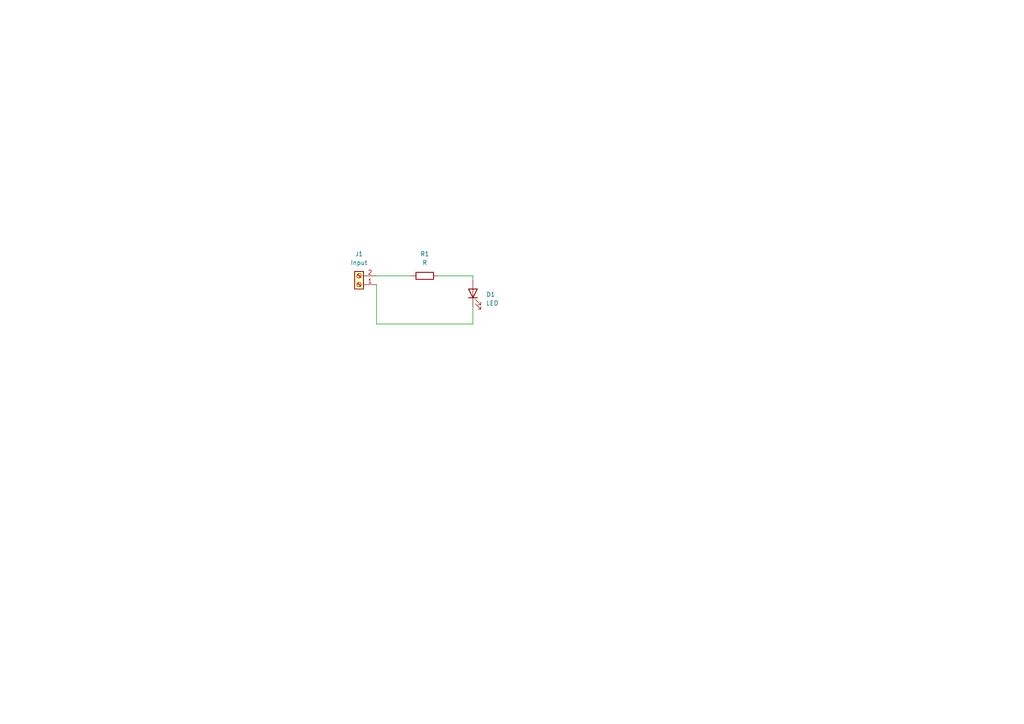
<source format=kicad_sch>
(kicad_sch (version 20230121) (generator eeschema)

  (uuid 96b32d6d-e158-43c7-8698-1ed15dd2eb76)

  (paper "A4")

  (lib_symbols
    (symbol "Connector:Screw_Terminal_01x02" (pin_names (offset 1.016) hide) (in_bom yes) (on_board yes)
      (property "Reference" "J" (at 0 2.54 0)
        (effects (font (size 1.27 1.27)))
      )
      (property "Value" "Screw_Terminal_01x02" (at 0 -5.08 0)
        (effects (font (size 1.27 1.27)))
      )
      (property "Footprint" "" (at 0 0 0)
        (effects (font (size 1.27 1.27)) hide)
      )
      (property "Datasheet" "~" (at 0 0 0)
        (effects (font (size 1.27 1.27)) hide)
      )
      (property "ki_keywords" "screw terminal" (at 0 0 0)
        (effects (font (size 1.27 1.27)) hide)
      )
      (property "ki_description" "Generic screw terminal, single row, 01x02, script generated (kicad-library-utils/schlib/autogen/connector/)" (at 0 0 0)
        (effects (font (size 1.27 1.27)) hide)
      )
      (property "ki_fp_filters" "TerminalBlock*:*" (at 0 0 0)
        (effects (font (size 1.27 1.27)) hide)
      )
      (symbol "Screw_Terminal_01x02_1_1"
        (rectangle (start -1.27 1.27) (end 1.27 -3.81)
          (stroke (width 0.254) (type default))
          (fill (type background))
        )
        (circle (center 0 -2.54) (radius 0.635)
          (stroke (width 0.1524) (type default))
          (fill (type none))
        )
        (polyline
          (pts
            (xy -0.5334 -2.2098)
            (xy 0.3302 -3.048)
          )
          (stroke (width 0.1524) (type default))
          (fill (type none))
        )
        (polyline
          (pts
            (xy -0.5334 0.3302)
            (xy 0.3302 -0.508)
          )
          (stroke (width 0.1524) (type default))
          (fill (type none))
        )
        (polyline
          (pts
            (xy -0.3556 -2.032)
            (xy 0.508 -2.8702)
          )
          (stroke (width 0.1524) (type default))
          (fill (type none))
        )
        (polyline
          (pts
            (xy -0.3556 0.508)
            (xy 0.508 -0.3302)
          )
          (stroke (width 0.1524) (type default))
          (fill (type none))
        )
        (circle (center 0 0) (radius 0.635)
          (stroke (width 0.1524) (type default))
          (fill (type none))
        )
        (pin passive line (at -5.08 0 0) (length 3.81)
          (name "Pin_1" (effects (font (size 1.27 1.27))))
          (number "1" (effects (font (size 1.27 1.27))))
        )
        (pin passive line (at -5.08 -2.54 0) (length 3.81)
          (name "Pin_2" (effects (font (size 1.27 1.27))))
          (number "2" (effects (font (size 1.27 1.27))))
        )
      )
    )
    (symbol "Device:LED" (pin_numbers hide) (pin_names (offset 1.016) hide) (in_bom yes) (on_board yes)
      (property "Reference" "D" (at 0 2.54 0)
        (effects (font (size 1.27 1.27)))
      )
      (property "Value" "LED" (at 0 -2.54 0)
        (effects (font (size 1.27 1.27)))
      )
      (property "Footprint" "" (at 0 0 0)
        (effects (font (size 1.27 1.27)) hide)
      )
      (property "Datasheet" "~" (at 0 0 0)
        (effects (font (size 1.27 1.27)) hide)
      )
      (property "ki_keywords" "LED diode" (at 0 0 0)
        (effects (font (size 1.27 1.27)) hide)
      )
      (property "ki_description" "Light emitting diode" (at 0 0 0)
        (effects (font (size 1.27 1.27)) hide)
      )
      (property "ki_fp_filters" "LED* LED_SMD:* LED_THT:*" (at 0 0 0)
        (effects (font (size 1.27 1.27)) hide)
      )
      (symbol "LED_0_1"
        (polyline
          (pts
            (xy -1.27 -1.27)
            (xy -1.27 1.27)
          )
          (stroke (width 0.254) (type default))
          (fill (type none))
        )
        (polyline
          (pts
            (xy -1.27 0)
            (xy 1.27 0)
          )
          (stroke (width 0) (type default))
          (fill (type none))
        )
        (polyline
          (pts
            (xy 1.27 -1.27)
            (xy 1.27 1.27)
            (xy -1.27 0)
            (xy 1.27 -1.27)
          )
          (stroke (width 0.254) (type default))
          (fill (type none))
        )
        (polyline
          (pts
            (xy -3.048 -0.762)
            (xy -4.572 -2.286)
            (xy -3.81 -2.286)
            (xy -4.572 -2.286)
            (xy -4.572 -1.524)
          )
          (stroke (width 0) (type default))
          (fill (type none))
        )
        (polyline
          (pts
            (xy -1.778 -0.762)
            (xy -3.302 -2.286)
            (xy -2.54 -2.286)
            (xy -3.302 -2.286)
            (xy -3.302 -1.524)
          )
          (stroke (width 0) (type default))
          (fill (type none))
        )
      )
      (symbol "LED_1_1"
        (pin passive line (at -3.81 0 0) (length 2.54)
          (name "K" (effects (font (size 1.27 1.27))))
          (number "1" (effects (font (size 1.27 1.27))))
        )
        (pin passive line (at 3.81 0 180) (length 2.54)
          (name "A" (effects (font (size 1.27 1.27))))
          (number "2" (effects (font (size 1.27 1.27))))
        )
      )
    )
    (symbol "Device:R" (pin_numbers hide) (pin_names (offset 0)) (in_bom yes) (on_board yes)
      (property "Reference" "R" (at 2.032 0 90)
        (effects (font (size 1.27 1.27)))
      )
      (property "Value" "R" (at 0 0 90)
        (effects (font (size 1.27 1.27)))
      )
      (property "Footprint" "" (at -1.778 0 90)
        (effects (font (size 1.27 1.27)) hide)
      )
      (property "Datasheet" "~" (at 0 0 0)
        (effects (font (size 1.27 1.27)) hide)
      )
      (property "ki_keywords" "R res resistor" (at 0 0 0)
        (effects (font (size 1.27 1.27)) hide)
      )
      (property "ki_description" "Resistor" (at 0 0 0)
        (effects (font (size 1.27 1.27)) hide)
      )
      (property "ki_fp_filters" "R_*" (at 0 0 0)
        (effects (font (size 1.27 1.27)) hide)
      )
      (symbol "R_0_1"
        (rectangle (start -1.016 -2.54) (end 1.016 2.54)
          (stroke (width 0.254) (type default))
          (fill (type none))
        )
      )
      (symbol "R_1_1"
        (pin passive line (at 0 3.81 270) (length 1.27)
          (name "~" (effects (font (size 1.27 1.27))))
          (number "1" (effects (font (size 1.27 1.27))))
        )
        (pin passive line (at 0 -3.81 90) (length 1.27)
          (name "~" (effects (font (size 1.27 1.27))))
          (number "2" (effects (font (size 1.27 1.27))))
        )
      )
    )
  )


  (wire (pts (xy 109.22 93.98) (xy 137.16 93.98))
    (stroke (width 0) (type default))
    (uuid 281793ce-d934-4f1b-9aa3-b48fc6597cdc)
  )
  (wire (pts (xy 109.22 80.01) (xy 119.38 80.01))
    (stroke (width 0) (type default))
    (uuid 8cbcc587-e043-47df-8a75-20e07961102b)
  )
  (wire (pts (xy 137.16 88.9) (xy 137.16 93.98))
    (stroke (width 0) (type default))
    (uuid 8fd4895b-75e7-46d4-9725-b9bb11348e3a)
  )
  (wire (pts (xy 127 80.01) (xy 137.16 80.01))
    (stroke (width 0) (type default))
    (uuid 9014c3c9-ddf6-4e72-8bfc-5740ce34df8d)
  )
  (wire (pts (xy 109.22 82.55) (xy 109.22 93.98))
    (stroke (width 0) (type default))
    (uuid 999e6574-ab13-4204-a7ca-98c0501fe897)
  )
  (wire (pts (xy 137.16 80.01) (xy 137.16 81.28))
    (stroke (width 0) (type default))
    (uuid c2a8c05d-5780-47de-97a5-156907ae4888)
  )

  (symbol (lib_id "Device:LED") (at 137.16 85.09 90) (unit 1)
    (in_bom yes) (on_board yes) (dnp no) (fields_autoplaced)
    (uuid 00003a90-7236-4f77-9f8d-94a167ce693a)
    (property "Reference" "D1" (at 140.97 85.4075 90)
      (effects (font (size 1.27 1.27)) (justify right))
    )
    (property "Value" "LED" (at 140.97 87.9475 90)
      (effects (font (size 1.27 1.27)) (justify right))
    )
    (property "Footprint" "LED_THT:LED_D8.0mm" (at 137.16 85.09 0)
      (effects (font (size 1.27 1.27)) hide)
    )
    (property "Datasheet" "~" (at 137.16 85.09 0)
      (effects (font (size 1.27 1.27)) hide)
    )
    (pin "1" (uuid fd8c2f29-8fe7-41e8-8c86-5301bc02c9cb))
    (pin "2" (uuid 3bbdbfbe-6fbf-4ae4-a050-898f72a95266))
    (instances
      (project "led_kit"
        (path "/96b32d6d-e158-43c7-8698-1ed15dd2eb76"
          (reference "D1") (unit 1)
        )
      )
    )
  )

  (symbol (lib_id "Connector:Screw_Terminal_01x02") (at 104.14 82.55 180) (unit 1)
    (in_bom yes) (on_board yes) (dnp no) (fields_autoplaced)
    (uuid 6b7f85e2-11b9-49e0-a493-d8aebfa309f4)
    (property "Reference" "J1" (at 104.14 73.66 0)
      (effects (font (size 1.27 1.27)))
    )
    (property "Value" "Input" (at 104.14 76.2 0)
      (effects (font (size 1.27 1.27)))
    )
    (property "Footprint" "Connector_PinHeader_2.54mm:PinHeader_1x02_P2.54mm_Vertical" (at 104.14 82.55 0)
      (effects (font (size 1.27 1.27)) hide)
    )
    (property "Datasheet" "~" (at 104.14 82.55 0)
      (effects (font (size 1.27 1.27)) hide)
    )
    (pin "1" (uuid 40ce3b3a-369e-4577-9e1e-724f70606145))
    (pin "2" (uuid ece85154-e82a-4826-b6d9-1c251a47fcb1))
    (instances
      (project "led_kit"
        (path "/96b32d6d-e158-43c7-8698-1ed15dd2eb76"
          (reference "J1") (unit 1)
        )
      )
    )
  )

  (symbol (lib_id "Device:R") (at 123.19 80.01 90) (unit 1)
    (in_bom yes) (on_board yes) (dnp no) (fields_autoplaced)
    (uuid e6f0186b-1d36-4f23-a59a-9fc134f172b2)
    (property "Reference" "R1" (at 123.19 73.66 90)
      (effects (font (size 1.27 1.27)))
    )
    (property "Value" "R" (at 123.19 76.2 90)
      (effects (font (size 1.27 1.27)))
    )
    (property "Footprint" "Resistor_SMD:R_0603_1608Metric" (at 123.19 81.788 90)
      (effects (font (size 1.27 1.27)) hide)
    )
    (property "Datasheet" "~" (at 123.19 80.01 0)
      (effects (font (size 1.27 1.27)) hide)
    )
    (pin "1" (uuid 7ea5d8d9-78ff-4906-b78d-0624820d8af1))
    (pin "2" (uuid 6434fc75-77ed-4ea4-a861-5fe9e5e344c8))
    (instances
      (project "led_kit"
        (path "/96b32d6d-e158-43c7-8698-1ed15dd2eb76"
          (reference "R1") (unit 1)
        )
      )
    )
  )

  (sheet_instances
    (path "/" (page "1"))
  )
)

</source>
